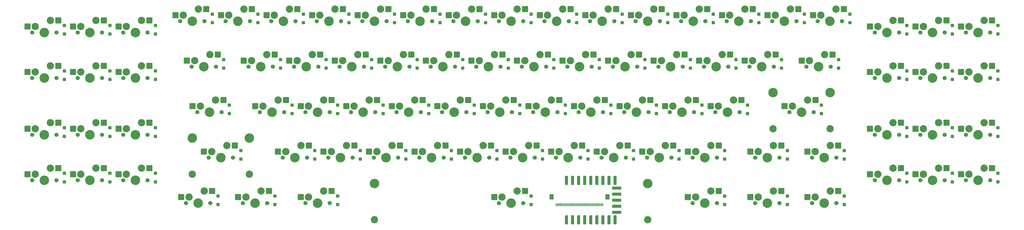
<source format=gbr>
%TF.GenerationSoftware,KiCad,Pcbnew,7.0.9*%
%TF.CreationDate,2023-12-30T16:17:41+00:00*%
%TF.ProjectId,keybird42,6b657962-6972-4643-9432-2e6b69636164,0.1*%
%TF.SameCoordinates,Original*%
%TF.FileFunction,Soldermask,Bot*%
%TF.FilePolarity,Negative*%
%FSLAX46Y46*%
G04 Gerber Fmt 4.6, Leading zero omitted, Abs format (unit mm)*
G04 Created by KiCad (PCBNEW 7.0.9) date 2023-12-30 16:17:41*
%MOMM*%
%LPD*%
G01*
G04 APERTURE LIST*
G04 Aperture macros list*
%AMRoundRect*
0 Rectangle with rounded corners*
0 $1 Rounding radius*
0 $2 $3 $4 $5 $6 $7 $8 $9 X,Y pos of 4 corners*
0 Add a 4 corners polygon primitive as box body*
4,1,4,$2,$3,$4,$5,$6,$7,$8,$9,$2,$3,0*
0 Add four circle primitives for the rounded corners*
1,1,$1+$1,$2,$3*
1,1,$1+$1,$4,$5*
1,1,$1+$1,$6,$7*
1,1,$1+$1,$8,$9*
0 Add four rect primitives between the rounded corners*
20,1,$1+$1,$2,$3,$4,$5,0*
20,1,$1+$1,$4,$5,$6,$7,0*
20,1,$1+$1,$6,$7,$8,$9,0*
20,1,$1+$1,$8,$9,$2,$3,0*%
G04 Aperture macros list end*
%ADD10C,1.750000*%
%ADD11C,3.050000*%
%ADD12C,4.000000*%
%ADD13RoundRect,0.250000X-1.025000X-1.000000X1.025000X-1.000000X1.025000X1.000000X-1.025000X1.000000X0*%
%ADD14RoundRect,0.350000X0.350000X-0.350000X0.350000X0.350000X-0.350000X0.350000X-0.350000X-0.350000X0*%
%ADD15C,3.048000*%
%ADD16C,3.987800*%
%ADD17RoundRect,0.254000X-0.381000X-1.651000X0.381000X-1.651000X0.381000X1.651000X-0.381000X1.651000X0*%
%ADD18RoundRect,0.254000X1.651000X-0.381000X1.651000X0.381000X-1.651000X0.381000X-1.651000X-0.381000X0*%
%ADD19RoundRect,0.254000X0.381000X1.651000X-0.381000X1.651000X-0.381000X-1.651000X0.381000X-1.651000X0*%
%ADD20R,0.300000X1.300000*%
%ADD21R,1.800000X2.200000*%
G04 APERTURE END LIST*
D10*
%TO.C,SW112*%
X90170000Y-28575000D03*
D11*
X91440000Y-26035000D03*
D12*
X95250000Y-28575000D03*
D11*
X97790000Y-23495000D03*
D10*
X100330000Y-28575000D03*
D13*
X88165000Y-26035000D03*
X101092000Y-23495000D03*
%TD*%
D10*
%TO.C,SW123*%
X166370000Y-28575000D03*
D11*
X167640000Y-26035000D03*
D12*
X171450000Y-28575000D03*
D11*
X173990000Y-23495000D03*
D10*
X176530000Y-28575000D03*
D13*
X164365000Y-26035000D03*
X177292000Y-23495000D03*
%TD*%
D10*
%TO.C,SW312*%
X97313750Y-66675000D03*
D11*
X98583750Y-64135000D03*
D12*
X102393750Y-66675000D03*
D11*
X104933750Y-61595000D03*
D10*
X107473750Y-66675000D03*
D13*
X95308750Y-64135000D03*
X108235750Y-61595000D03*
%TD*%
D10*
%TO.C,SW226*%
X328295000Y-47625000D03*
D11*
X329565000Y-45085000D03*
D12*
X333375000Y-47625000D03*
D11*
X335915000Y-42545000D03*
D10*
X338455000Y-47625000D03*
D13*
X326290000Y-45085000D03*
X339217000Y-42545000D03*
%TD*%
D10*
%TO.C,SW325*%
X275907500Y-66675000D03*
D11*
X277177500Y-64135000D03*
D12*
X280987500Y-66675000D03*
D11*
X283527500Y-61595000D03*
D10*
X286067500Y-66675000D03*
D13*
X273902500Y-64135000D03*
X286829500Y-61595000D03*
%TD*%
D10*
%TO.C,SW336*%
X344964044Y-66675056D03*
D11*
X346234044Y-64135056D03*
D12*
X350044044Y-66675056D03*
D11*
X352584044Y-61595056D03*
D10*
X355124044Y-66675056D03*
D13*
X342959044Y-64135056D03*
X355886044Y-61595056D03*
%TD*%
D10*
%TO.C,SW222*%
X118745000Y-47625000D03*
D11*
X120015000Y-45085000D03*
D12*
X123825000Y-47625000D03*
D11*
X126365000Y-42545000D03*
D10*
X128905000Y-47625000D03*
D13*
X116740000Y-45085000D03*
X129667000Y-42545000D03*
%TD*%
D10*
%TO.C,SW332*%
X142557500Y-66675000D03*
D11*
X143827500Y-64135000D03*
D12*
X147637500Y-66675000D03*
D11*
X150177500Y-61595000D03*
D10*
X152717500Y-66675000D03*
D13*
X140552500Y-64135000D03*
X153479500Y-61595000D03*
%TD*%
D10*
%TO.C,SW132*%
X128270000Y-28575000D03*
D11*
X129540000Y-26035000D03*
D12*
X133350000Y-28575000D03*
D11*
X135890000Y-23495000D03*
D10*
X138430000Y-28575000D03*
D13*
X126265000Y-26035000D03*
X139192000Y-23495000D03*
%TD*%
D10*
%TO.C,SW227*%
X399732500Y-52387500D03*
D11*
X401002500Y-49847500D03*
D12*
X404812500Y-52387500D03*
D11*
X407352500Y-47307500D03*
D10*
X409892500Y-52387500D03*
D13*
X397727500Y-49847500D03*
X410654500Y-47307500D03*
%TD*%
D10*
%TO.C,SW411*%
X28257500Y-95250000D03*
D11*
X29527500Y-92710000D03*
D12*
X33337500Y-95250000D03*
D11*
X35877500Y-90170000D03*
D10*
X38417500Y-95250000D03*
D13*
X26252500Y-92710000D03*
X39179500Y-90170000D03*
%TD*%
D10*
%TO.C,SW327*%
X399732500Y-76200000D03*
D11*
X401002500Y-73660000D03*
D12*
X404812500Y-76200000D03*
D11*
X407352500Y-71120000D03*
D10*
X409892500Y-76200000D03*
D13*
X397727500Y-73660000D03*
X410654500Y-71120000D03*
%TD*%
D10*
%TO.C,SW113*%
X147320000Y-28575000D03*
D11*
X148590000Y-26035000D03*
D12*
X152400000Y-28575000D03*
D11*
X154940000Y-23495000D03*
D10*
X157480000Y-28575000D03*
D13*
X145315000Y-26035000D03*
X158242000Y-23495000D03*
%TD*%
D10*
%TO.C,SW413*%
X152082500Y-85725000D03*
D11*
X153352500Y-83185000D03*
D12*
X157162500Y-85725000D03*
D11*
X159702500Y-80645000D03*
D10*
X162242500Y-85725000D03*
D13*
X150077500Y-83185000D03*
X163004500Y-80645000D03*
%TD*%
D10*
%TO.C,SW136*%
X356870304Y-28575024D03*
D11*
X358140304Y-26035024D03*
D12*
X361950304Y-28575024D03*
D11*
X364490304Y-23495024D03*
D10*
X367030304Y-28575024D03*
D13*
X354865304Y-26035024D03*
X367792304Y-23495024D03*
%TD*%
D10*
%TO.C,SW322*%
X123507500Y-66675000D03*
D11*
X124777500Y-64135000D03*
D12*
X128587500Y-66675000D03*
D11*
X131127500Y-61595000D03*
D10*
X133667500Y-66675000D03*
D13*
X121502500Y-64135000D03*
X134429500Y-61595000D03*
%TD*%
D10*
%TO.C,SW134*%
X242570208Y-28575024D03*
D11*
X243840208Y-26035024D03*
D12*
X247650208Y-28575024D03*
D11*
X250190208Y-23495024D03*
D10*
X252730208Y-28575024D03*
D13*
X240565208Y-26035024D03*
X253492208Y-23495024D03*
%TD*%
D10*
%TO.C,SW321*%
X47307500Y-76200000D03*
D11*
X48577500Y-73660000D03*
D12*
X52387500Y-76200000D03*
D11*
X54927500Y-71120000D03*
D10*
X57467500Y-76200000D03*
D13*
X45302500Y-73660000D03*
X58229500Y-71120000D03*
%TD*%
D10*
%TO.C,SW433*%
X190182500Y-85725000D03*
D11*
X191452500Y-83185000D03*
D12*
X195262500Y-85725000D03*
D11*
X197802500Y-80645000D03*
D10*
X200342500Y-85725000D03*
D13*
X188177500Y-83185000D03*
X201104500Y-80645000D03*
%TD*%
D10*
%TO.C,SW126*%
X337820000Y-28575000D03*
D11*
X339090000Y-26035000D03*
D12*
X342900000Y-28575000D03*
D11*
X345440000Y-23495000D03*
D10*
X347980000Y-28575000D03*
D13*
X335815000Y-26035000D03*
X348742000Y-23495000D03*
%TD*%
D10*
%TO.C,SW503*%
X142557500Y-104775000D03*
D11*
X143827500Y-102235000D03*
D12*
X147637500Y-104775000D03*
D11*
X150177500Y-99695000D03*
D10*
X152717500Y-104775000D03*
D13*
X140552500Y-102235000D03*
X153479500Y-99695000D03*
%TD*%
D10*
%TO.C,SW334*%
X237807704Y-66675056D03*
D11*
X239077704Y-64135056D03*
D12*
X242887704Y-66675056D03*
D11*
X245427704Y-61595056D03*
D10*
X247967704Y-66675056D03*
D13*
X235802704Y-64135056D03*
X248729704Y-61595056D03*
%TD*%
D10*
%TO.C,SW223*%
X175895000Y-47625000D03*
D11*
X177165000Y-45085000D03*
D12*
X180975000Y-47625000D03*
D11*
X183515000Y-42545000D03*
D10*
X186055000Y-47625000D03*
D13*
X173890000Y-45085000D03*
X186817000Y-42545000D03*
%TD*%
D10*
%TO.C,SW316*%
X314007768Y-66675056D03*
D11*
X315277768Y-64135056D03*
D12*
X319087768Y-66675056D03*
D11*
X321627768Y-61595056D03*
D10*
X324167768Y-66675056D03*
D13*
X312002768Y-64135056D03*
X324929768Y-61595056D03*
%TD*%
D10*
%TO.C,SW311*%
X28257500Y-76200000D03*
D11*
X29527500Y-73660000D03*
D12*
X33337500Y-76200000D03*
D11*
X35877500Y-71120000D03*
D10*
X38417500Y-76200000D03*
D13*
X26252500Y-73660000D03*
X39179500Y-71120000D03*
%TD*%
D10*
%TO.C,SW221*%
X47307500Y-52387500D03*
D11*
X48577500Y-49847500D03*
D12*
X52387500Y-52387500D03*
D11*
X54927500Y-47307500D03*
D10*
X57467500Y-52387500D03*
D13*
X45302500Y-49847500D03*
X58229500Y-47307500D03*
%TD*%
D10*
%TO.C,SW114*%
X204470000Y-28575000D03*
D11*
X205740000Y-26035000D03*
D12*
X209550000Y-28575000D03*
D11*
X212090000Y-23495000D03*
D10*
X214630000Y-28575000D03*
D13*
X202465000Y-26035000D03*
X215392000Y-23495000D03*
%TD*%
D10*
%TO.C,SW432*%
X133032500Y-85725000D03*
D11*
X134302500Y-83185000D03*
D12*
X138112500Y-85725000D03*
D11*
X140652500Y-80645000D03*
D10*
X143192500Y-85725000D03*
D13*
X131027500Y-83185000D03*
X143954500Y-80645000D03*
%TD*%
D10*
%TO.C,SW502*%
X116363750Y-104775000D03*
D11*
X117633750Y-102235000D03*
D12*
X121443750Y-104775000D03*
D11*
X123983750Y-99695000D03*
D10*
X126523750Y-104775000D03*
D13*
X114358750Y-102235000D03*
X127285750Y-99695000D03*
%TD*%
D10*
%TO.C,SW412*%
X102076250Y-85725000D03*
D11*
X103346250Y-83185000D03*
D12*
X107156250Y-85725000D03*
D11*
X109696250Y-80645000D03*
D10*
X112236250Y-85725000D03*
D13*
X100071250Y-83185000D03*
X112998250Y-80645000D03*
%TD*%
D10*
%TO.C,SW216*%
X309245264Y-47625040D03*
D11*
X310515264Y-45085040D03*
D12*
X314325264Y-47625040D03*
D11*
X316865264Y-42545040D03*
D10*
X319405264Y-47625040D03*
D13*
X307240264Y-45085040D03*
X320167264Y-42545040D03*
%TD*%
D10*
%TO.C,SW135*%
X299720256Y-28575024D03*
D11*
X300990256Y-26035024D03*
D12*
X304800256Y-28575024D03*
D11*
X307340256Y-23495024D03*
D10*
X309880256Y-28575024D03*
D13*
X297715256Y-26035024D03*
X310642256Y-23495024D03*
%TD*%
D10*
%TO.C,SW314*%
X199707500Y-66675000D03*
D11*
X200977500Y-64135000D03*
D12*
X204787500Y-66675000D03*
D11*
X207327500Y-61595000D03*
D10*
X209867500Y-66675000D03*
D13*
X197702500Y-64135000D03*
X210629500Y-61595000D03*
%TD*%
D10*
%TO.C,SW414*%
X209232680Y-85725072D03*
D11*
X210502680Y-83185072D03*
D12*
X214312680Y-85725072D03*
D11*
X216852680Y-80645072D03*
D10*
X219392680Y-85725072D03*
D13*
X207227680Y-83185072D03*
X220154680Y-80645072D03*
%TD*%
D10*
%TO.C,SW504*%
X223520000Y-104775000D03*
D11*
X224790000Y-102235000D03*
D12*
X228600000Y-104775000D03*
D11*
X231140000Y-99695000D03*
D10*
X233680000Y-104775000D03*
D13*
X221515000Y-102235000D03*
X234442000Y-99695000D03*
%TD*%
D10*
%TO.C,SW232*%
X137795000Y-47625000D03*
D11*
X139065000Y-45085000D03*
D12*
X142875000Y-47625000D03*
D11*
X145415000Y-42545000D03*
D10*
X147955000Y-47625000D03*
D13*
X135790000Y-45085000D03*
X148717000Y-42545000D03*
%TD*%
D10*
%TO.C,SW424*%
X228282712Y-85725000D03*
D11*
X229552712Y-83185000D03*
D12*
X233362712Y-85725000D03*
D11*
X235902712Y-80645000D03*
D10*
X238442712Y-85725000D03*
D13*
X226277712Y-83185000D03*
X239204712Y-80645000D03*
%TD*%
D10*
%TO.C,SW213*%
X156845000Y-47625000D03*
D11*
X158115000Y-45085000D03*
D12*
X161925000Y-47625000D03*
D11*
X164465000Y-42545000D03*
D10*
X167005000Y-47625000D03*
D13*
X154840000Y-45085000D03*
X167767000Y-42545000D03*
%TD*%
D10*
%TO.C,SW337*%
X418782856Y-76200064D03*
D11*
X420052856Y-73660064D03*
D12*
X423862856Y-76200064D03*
D11*
X426402856Y-71120064D03*
D10*
X428942856Y-76200064D03*
D13*
X416777856Y-73660064D03*
X429704856Y-71120064D03*
%TD*%
D10*
%TO.C,SW506*%
X330676250Y-104775000D03*
D11*
X331946250Y-102235000D03*
D12*
X335756250Y-104775000D03*
D11*
X338296250Y-99695000D03*
D10*
X340836250Y-104775000D03*
D13*
X328671250Y-102235000D03*
X341598250Y-99695000D03*
%TD*%
D10*
%TO.C,SW236*%
X352107800Y-47625040D03*
D11*
X353377800Y-45085040D03*
D12*
X357187800Y-47625040D03*
D11*
X359727800Y-42545040D03*
D10*
X362267800Y-47625040D03*
D13*
X350102800Y-45085040D03*
X363029800Y-42545040D03*
%TD*%
D10*
%TO.C,SW225*%
X271145000Y-47625000D03*
D11*
X272415000Y-45085000D03*
D12*
X276225000Y-47625000D03*
D11*
X278765000Y-42545000D03*
D10*
X281305000Y-47625000D03*
D13*
X269140000Y-45085000D03*
X282067000Y-42545000D03*
%TD*%
D10*
%TO.C,SW423*%
X171132500Y-85725000D03*
D11*
X172402500Y-83185000D03*
D12*
X176212500Y-85725000D03*
D11*
X178752500Y-80645000D03*
D10*
X181292500Y-85725000D03*
D13*
X169127500Y-83185000D03*
X182054500Y-80645000D03*
%TD*%
D10*
%TO.C,SW415*%
X266382728Y-85725000D03*
D11*
X267652728Y-83185000D03*
D12*
X271462728Y-85725000D03*
D11*
X274002728Y-80645000D03*
D10*
X276542728Y-85725000D03*
D13*
X264377728Y-83185000D03*
X277304728Y-80645000D03*
%TD*%
D10*
%TO.C,SW133*%
X185420000Y-28575000D03*
D11*
X186690000Y-26035000D03*
D12*
X190500000Y-28575000D03*
D11*
X193040000Y-23495000D03*
D10*
X195580000Y-28575000D03*
D13*
X183415000Y-26035000D03*
X196342000Y-23495000D03*
%TD*%
D10*
%TO.C,SW115*%
X261620224Y-28575024D03*
D11*
X262890224Y-26035024D03*
D12*
X266700224Y-28575024D03*
D11*
X269240224Y-23495024D03*
D10*
X271780224Y-28575024D03*
D13*
X259615224Y-26035024D03*
X272542224Y-23495024D03*
%TD*%
D10*
%TO.C,SW501*%
X92551250Y-104775000D03*
D11*
X93821250Y-102235000D03*
D12*
X97631250Y-104775000D03*
D11*
X100171250Y-99695000D03*
D10*
X102711250Y-104775000D03*
D13*
X90546250Y-102235000D03*
X103473250Y-99695000D03*
%TD*%
D10*
%TO.C,SW317*%
X380682824Y-76200064D03*
D11*
X381952824Y-73660064D03*
D12*
X385762824Y-76200064D03*
D11*
X388302824Y-71120064D03*
D10*
X390842824Y-76200064D03*
D13*
X378677824Y-73660064D03*
X391604824Y-71120064D03*
%TD*%
D10*
%TO.C,SW335*%
X294957752Y-66675056D03*
D11*
X296227752Y-64135056D03*
D12*
X300037752Y-66675056D03*
D11*
X302577752Y-61595056D03*
D10*
X305117752Y-66675056D03*
D13*
X292952752Y-64135056D03*
X305879752Y-61595056D03*
%TD*%
D10*
%TO.C,SW116*%
X318770272Y-28575024D03*
D11*
X320040272Y-26035024D03*
D12*
X323850272Y-28575024D03*
D11*
X326390272Y-23495024D03*
D10*
X328930272Y-28575024D03*
D13*
X316765272Y-26035024D03*
X329692272Y-23495024D03*
%TD*%
D10*
%TO.C,SW507*%
X354488750Y-104775000D03*
D11*
X355758750Y-102235000D03*
D12*
X359568750Y-104775000D03*
D11*
X362108750Y-99695000D03*
D10*
X364648750Y-104775000D03*
D13*
X352483750Y-102235000D03*
X365410750Y-99695000D03*
%TD*%
D10*
%TO.C,SW127*%
X399732500Y-33337500D03*
D11*
X401002500Y-30797500D03*
D12*
X404812500Y-33337500D03*
D11*
X407352500Y-28257500D03*
D10*
X409892500Y-33337500D03*
D13*
X397727500Y-30797500D03*
X410654500Y-28257500D03*
%TD*%
D10*
%TO.C,SW231*%
X66357500Y-52387500D03*
D11*
X67627500Y-49847500D03*
D12*
X71437500Y-52387500D03*
D11*
X73977500Y-47307500D03*
D10*
X76517500Y-52387500D03*
D13*
X64352500Y-49847500D03*
X77279500Y-47307500D03*
%TD*%
D10*
%TO.C,SW421*%
X47307500Y-95250000D03*
D11*
X48577500Y-92710000D03*
D12*
X52387500Y-95250000D03*
D11*
X54927500Y-90170000D03*
D10*
X57467500Y-95250000D03*
D13*
X45302500Y-92710000D03*
X58229500Y-90170000D03*
%TD*%
D10*
%TO.C,SW214*%
X213995000Y-47625000D03*
D11*
X215265000Y-45085000D03*
D12*
X219075000Y-47625000D03*
D11*
X221615000Y-42545000D03*
D10*
X224155000Y-47625000D03*
D13*
X211990000Y-45085000D03*
X224917000Y-42545000D03*
%TD*%
D10*
%TO.C,SW505*%
X304482500Y-104775000D03*
D11*
X305752500Y-102235000D03*
D12*
X309562500Y-104775000D03*
D11*
X312102500Y-99695000D03*
D10*
X314642500Y-104775000D03*
D13*
X302477500Y-102235000D03*
X315404500Y-99695000D03*
%TD*%
D10*
%TO.C,SW417*%
X380682824Y-95250000D03*
D11*
X381952824Y-92710000D03*
D12*
X385762824Y-95250000D03*
D11*
X388302824Y-90170000D03*
D10*
X390842824Y-95250000D03*
D13*
X378677824Y-92710000D03*
X391604824Y-90170000D03*
%TD*%
D10*
%TO.C,SW125*%
X280670000Y-28575000D03*
D11*
X281940000Y-26035000D03*
D12*
X285750000Y-28575000D03*
D11*
X288290000Y-23495000D03*
D10*
X290830000Y-28575000D03*
D13*
X278665000Y-26035000D03*
X291592000Y-23495000D03*
%TD*%
D10*
%TO.C,SW437*%
X418782856Y-95250080D03*
D11*
X420052856Y-92710080D03*
D12*
X423862856Y-95250080D03*
D11*
X426402856Y-90170080D03*
D10*
X428942856Y-95250080D03*
D13*
X416777856Y-92710080D03*
X429704856Y-90170080D03*
%TD*%
D10*
%TO.C,SW111*%
X28257500Y-33337500D03*
D11*
X29527500Y-30797500D03*
D12*
X33337500Y-33337500D03*
D11*
X35877500Y-28257500D03*
D10*
X38417500Y-33337500D03*
D13*
X26252500Y-30797500D03*
X39179500Y-28257500D03*
%TD*%
D10*
%TO.C,SW217*%
X380682824Y-52387500D03*
D11*
X381952824Y-49847500D03*
D12*
X385762824Y-52387500D03*
D11*
X388302824Y-47307500D03*
D10*
X390842824Y-52387500D03*
D13*
X378677824Y-49847500D03*
X391604824Y-47307500D03*
%TD*%
D10*
%TO.C,SW121*%
X47307500Y-33337500D03*
D11*
X48577500Y-30797500D03*
D12*
X52387500Y-33337500D03*
D11*
X54927500Y-28257500D03*
D10*
X57467500Y-33337500D03*
D13*
X45302500Y-30797500D03*
X58229500Y-28257500D03*
%TD*%
D10*
%TO.C,SW416*%
X304482760Y-85725000D03*
D11*
X305752760Y-83185000D03*
D12*
X309562760Y-85725000D03*
D11*
X312102760Y-80645000D03*
D10*
X314642760Y-85725000D03*
D13*
X302477760Y-83185000D03*
X315404760Y-80645000D03*
%TD*%
D10*
%TO.C,SW212*%
X94932500Y-47625000D03*
D11*
X96202500Y-45085000D03*
D12*
X100012500Y-47625000D03*
D11*
X102552500Y-42545000D03*
D10*
X105092500Y-47625000D03*
D13*
X92927500Y-45085000D03*
X105854500Y-42545000D03*
%TD*%
D10*
%TO.C,SW234*%
X233045000Y-47625000D03*
D11*
X234315000Y-45085000D03*
D12*
X238125000Y-47625000D03*
D11*
X240665000Y-42545000D03*
D10*
X243205000Y-47625000D03*
D13*
X231040000Y-45085000D03*
X243967000Y-42545000D03*
%TD*%
D10*
%TO.C,SW117*%
X380682824Y-33337500D03*
D11*
X381952824Y-30797500D03*
D12*
X385762824Y-33337500D03*
D11*
X388302824Y-28257500D03*
D10*
X390842824Y-33337500D03*
D13*
X378677824Y-30797500D03*
X391604824Y-28257500D03*
%TD*%
D10*
%TO.C,SW137*%
X418782856Y-33337528D03*
D11*
X420052856Y-30797528D03*
D12*
X423862856Y-33337528D03*
D11*
X426402856Y-28257528D03*
D10*
X428942856Y-33337528D03*
D13*
X416777856Y-30797528D03*
X429704856Y-28257528D03*
%TD*%
D10*
%TO.C,SW233*%
X194945000Y-47625000D03*
D11*
X196215000Y-45085000D03*
D12*
X200025000Y-47625000D03*
D11*
X202565000Y-42545000D03*
D10*
X205105000Y-47625000D03*
D13*
X192940000Y-45085000D03*
X205867000Y-42545000D03*
%TD*%
D10*
%TO.C,SW211*%
X28257500Y-52387500D03*
D11*
X29527500Y-49847500D03*
D12*
X33337500Y-52387500D03*
D11*
X35877500Y-47307500D03*
D10*
X38417500Y-52387500D03*
D13*
X26252500Y-49847500D03*
X39179500Y-47307500D03*
%TD*%
D10*
%TO.C,SW315*%
X256857720Y-66675056D03*
D11*
X258127720Y-64135056D03*
D12*
X261937720Y-66675056D03*
D11*
X264477720Y-61595056D03*
D10*
X267017720Y-66675056D03*
D13*
X254852720Y-64135056D03*
X267779720Y-61595056D03*
%TD*%
D10*
%TO.C,SW425*%
X285432500Y-85725000D03*
D11*
X286702500Y-83185000D03*
D12*
X290512500Y-85725000D03*
D11*
X293052500Y-80645000D03*
D10*
X295592500Y-85725000D03*
D13*
X283427500Y-83185000D03*
X296354500Y-80645000D03*
%TD*%
D10*
%TO.C,SW333*%
X180657500Y-66675000D03*
D11*
X181927500Y-64135000D03*
D12*
X185737500Y-66675000D03*
D11*
X188277500Y-61595000D03*
D10*
X190817500Y-66675000D03*
D13*
X178652500Y-64135000D03*
X191579500Y-61595000D03*
%TD*%
D10*
%TO.C,SW235*%
X290195248Y-47625040D03*
D11*
X291465248Y-45085040D03*
D12*
X295275248Y-47625040D03*
D11*
X297815248Y-42545040D03*
D10*
X300355248Y-47625040D03*
D13*
X288190248Y-45085040D03*
X301117248Y-42545040D03*
%TD*%
D10*
%TO.C,SW323*%
X161607500Y-66675000D03*
D11*
X162877500Y-64135000D03*
D12*
X166687500Y-66675000D03*
D11*
X169227500Y-61595000D03*
D10*
X171767500Y-66675000D03*
D13*
X159602500Y-64135000D03*
X172529500Y-61595000D03*
%TD*%
D10*
%TO.C,SW122*%
X109220000Y-28575000D03*
D11*
X110490000Y-26035000D03*
D12*
X114300000Y-28575000D03*
D11*
X116840000Y-23495000D03*
D10*
X119380000Y-28575000D03*
D13*
X107215000Y-26035000D03*
X120142000Y-23495000D03*
%TD*%
D10*
%TO.C,SW436*%
X354489052Y-85725072D03*
D11*
X355759052Y-83185072D03*
D12*
X359569052Y-85725072D03*
D11*
X362109052Y-80645072D03*
D10*
X364649052Y-85725072D03*
D13*
X352484052Y-83185072D03*
X365411052Y-80645072D03*
%TD*%
D10*
%TO.C,SW427*%
X399732500Y-95250000D03*
D11*
X401002500Y-92710000D03*
D12*
X404812500Y-95250000D03*
D11*
X407352500Y-90170000D03*
D10*
X409892500Y-95250000D03*
D13*
X397727500Y-92710000D03*
X410654500Y-90170000D03*
%TD*%
D10*
%TO.C,SW331*%
X66357500Y-76200000D03*
D11*
X67627500Y-73660000D03*
D12*
X71437500Y-76200000D03*
D11*
X73977500Y-71120000D03*
D10*
X76517500Y-76200000D03*
D13*
X64352500Y-73660000D03*
X77279500Y-71120000D03*
%TD*%
D10*
%TO.C,SW237*%
X418782856Y-52387544D03*
D11*
X420052856Y-49847544D03*
D12*
X423862856Y-52387544D03*
D11*
X426402856Y-47307544D03*
D10*
X428942856Y-52387544D03*
D13*
X416777856Y-49847544D03*
X429704856Y-47307544D03*
%TD*%
D10*
%TO.C,SW434*%
X247332712Y-85725000D03*
D11*
X248602712Y-83185000D03*
D12*
X252412712Y-85725000D03*
D11*
X254952712Y-80645000D03*
D10*
X257492712Y-85725000D03*
D13*
X245327712Y-83185000D03*
X258254712Y-80645000D03*
%TD*%
D10*
%TO.C,SW426*%
X330676250Y-85725000D03*
D11*
X331946250Y-83185000D03*
D12*
X335756250Y-85725000D03*
D11*
X338296250Y-80645000D03*
D10*
X340836250Y-85725000D03*
D13*
X328671250Y-83185000D03*
X341598250Y-80645000D03*
%TD*%
D10*
%TO.C,SW215*%
X252095216Y-47625040D03*
D11*
X253365216Y-45085040D03*
D12*
X257175216Y-47625040D03*
D11*
X259715216Y-42545040D03*
D10*
X262255216Y-47625040D03*
D13*
X250090216Y-45085040D03*
X263017216Y-42545040D03*
%TD*%
D10*
%TO.C,SW431*%
X66357500Y-95250000D03*
D11*
X67627500Y-92710000D03*
D12*
X71437500Y-95250000D03*
D11*
X73977500Y-90170000D03*
D10*
X76517500Y-95250000D03*
D13*
X64352500Y-92710000D03*
X77279500Y-90170000D03*
%TD*%
D10*
%TO.C,SW124*%
X223520192Y-28575024D03*
D11*
X224790192Y-26035024D03*
D12*
X228600192Y-28575024D03*
D11*
X231140192Y-23495024D03*
D10*
X233680192Y-28575024D03*
D13*
X221515192Y-26035024D03*
X234442192Y-23495024D03*
%TD*%
D10*
%TO.C,SW131*%
X66357500Y-33337500D03*
D11*
X67627500Y-30797500D03*
D12*
X71437500Y-33337500D03*
D11*
X73977500Y-28257500D03*
D10*
X76517500Y-33337500D03*
D13*
X64352500Y-30797500D03*
X77279500Y-28257500D03*
%TD*%
D10*
%TO.C,SW324*%
X218757688Y-66675056D03*
D11*
X220027688Y-64135056D03*
D12*
X223837688Y-66675056D03*
D11*
X226377688Y-61595056D03*
D10*
X228917688Y-66675056D03*
D13*
X216752688Y-64135056D03*
X229679688Y-61595056D03*
%TD*%
D14*
%TO.C,D324*%
X232172070Y-67284430D03*
X232172070Y-63684430D03*
%TD*%
%TO.C,D504*%
X236934375Y-105384375D03*
X236934375Y-101784375D03*
%TD*%
%TO.C,D134*%
X255984279Y-29184375D03*
X255984279Y-25584375D03*
%TD*%
%TO.C,D215*%
X265509291Y-48234375D03*
X265509291Y-44634375D03*
%TD*%
%TO.C,D427*%
X413146503Y-95859347D03*
X413146503Y-92259347D03*
%TD*%
%TO.C,D335*%
X308372134Y-67284430D03*
X308372134Y-63684430D03*
%TD*%
%TO.C,D424*%
X241696845Y-86334347D03*
X241696845Y-82734347D03*
%TD*%
D15*
%TO.C,REF\u002A\u002A*%
X285750192Y-111760088D03*
D16*
X285750192Y-96550088D03*
D15*
X171450192Y-111760088D03*
D16*
X171450192Y-96550088D03*
%TD*%
D14*
%TO.C,D412*%
X115490383Y-86334347D03*
X115490383Y-82734347D03*
%TD*%
%TO.C,D507*%
X367903125Y-105384375D03*
X367903125Y-101784375D03*
%TD*%
%TO.C,D414*%
X222647062Y-86334446D03*
X222647062Y-82734446D03*
%TD*%
%TO.C,D317*%
X394096843Y-76809411D03*
X394096843Y-73209411D03*
%TD*%
%TO.C,D237*%
X432196875Y-52996891D03*
X432196875Y-49396891D03*
%TD*%
%TO.C,D436*%
X367903434Y-86334446D03*
X367903434Y-82734446D03*
%TD*%
%TO.C,D421*%
X60721875Y-95859411D03*
X60721875Y-92259411D03*
%TD*%
%TO.C,D503*%
X155971875Y-105384375D03*
X155971875Y-101784375D03*
%TD*%
%TO.C,D124*%
X236934263Y-29184375D03*
X236934263Y-25584375D03*
%TD*%
%TO.C,D115*%
X275034295Y-29184375D03*
X275034295Y-25584375D03*
%TD*%
%TO.C,D336*%
X358378426Y-67284430D03*
X358378426Y-63684430D03*
%TD*%
%TO.C,D123*%
X179784071Y-29184351D03*
X179784071Y-25584351D03*
%TD*%
%TO.C,D226*%
X341709075Y-48234335D03*
X341709075Y-44634335D03*
%TD*%
%TO.C,D235*%
X303609323Y-48234375D03*
X303609323Y-44634375D03*
%TD*%
%TO.C,D505*%
X317896875Y-105384375D03*
X317896875Y-101784375D03*
%TD*%
%TO.C,D325*%
X289321875Y-67284375D03*
X289321875Y-63684375D03*
%TD*%
%TO.C,D425*%
X298846633Y-86334347D03*
X298846633Y-82734347D03*
%TD*%
%TO.C,D323*%
X175021875Y-67284375D03*
X175021875Y-63684375D03*
%TD*%
%TO.C,D314*%
X213121875Y-67284375D03*
X213121875Y-63684375D03*
%TD*%
%TO.C,D331*%
X79771875Y-76809411D03*
X79771875Y-73209411D03*
%TD*%
%TO.C,D334*%
X251222079Y-67284431D03*
X251222079Y-63684431D03*
%TD*%
%TO.C,D337*%
X432197238Y-76809438D03*
X432197238Y-73209438D03*
%TD*%
%TO.C,D126*%
X351234071Y-29184351D03*
X351234071Y-25584351D03*
%TD*%
%TO.C,D333*%
X194071875Y-67284375D03*
X194071875Y-63684375D03*
%TD*%
%TO.C,D411*%
X41671875Y-95859411D03*
X41671875Y-92259411D03*
%TD*%
%TO.C,D214*%
X227409075Y-48234335D03*
X227409075Y-44634335D03*
%TD*%
%TO.C,D221*%
X60721875Y-52996875D03*
X60721875Y-49396875D03*
%TD*%
%TO.C,D432*%
X146446633Y-86334347D03*
X146446633Y-82734347D03*
%TD*%
%TO.C,D415*%
X279796861Y-86334347D03*
X279796861Y-82734347D03*
%TD*%
%TO.C,D212*%
X108346575Y-48234335D03*
X108346575Y-44634335D03*
%TD*%
%TO.C,D135*%
X313134327Y-29184375D03*
X313134327Y-25584375D03*
%TD*%
%TO.C,D416*%
X317896893Y-86334347D03*
X317896893Y-82734347D03*
%TD*%
%TO.C,D233*%
X208359075Y-48234335D03*
X208359075Y-44634335D03*
%TD*%
%TO.C,D321*%
X60721875Y-76809411D03*
X60721875Y-73209411D03*
%TD*%
%TO.C,D332*%
X155971875Y-67284375D03*
X155971875Y-63684375D03*
%TD*%
%TO.C,D216*%
X322659339Y-48234375D03*
X322659339Y-44634375D03*
%TD*%
%TO.C,D133*%
X198834071Y-29184351D03*
X198834071Y-25584351D03*
%TD*%
%TO.C,D136*%
X370284375Y-29184375D03*
X370284375Y-25584375D03*
%TD*%
%TO.C,D312*%
X110728125Y-67284375D03*
X110728125Y-63684375D03*
%TD*%
%TO.C,D431*%
X79771875Y-95859411D03*
X79771875Y-92259411D03*
%TD*%
%TO.C,D213*%
X170259075Y-48234335D03*
X170259075Y-44634335D03*
%TD*%
%TO.C,D234*%
X246459075Y-48234335D03*
X246459075Y-44634335D03*
%TD*%
%TO.C,D231*%
X79771875Y-52996875D03*
X79771875Y-49396875D03*
%TD*%
%TO.C,D227*%
X413146519Y-52996847D03*
X413146519Y-49396847D03*
%TD*%
%TO.C,D423*%
X184546633Y-86334347D03*
X184546633Y-82734347D03*
%TD*%
%TO.C,D127*%
X413146519Y-33946847D03*
X413146519Y-30346847D03*
%TD*%
%TO.C,D225*%
X284559075Y-48234335D03*
X284559075Y-44634335D03*
%TD*%
%TO.C,D502*%
X129778125Y-105384375D03*
X129778125Y-101784375D03*
%TD*%
%TO.C,D311*%
X41671875Y-76809411D03*
X41671875Y-73209411D03*
%TD*%
%TO.C,D121*%
X60721875Y-33946875D03*
X60721875Y-30346875D03*
%TD*%
%TO.C,D117*%
X394096843Y-33946847D03*
X394096843Y-30346847D03*
%TD*%
%TO.C,D232*%
X151209075Y-48234335D03*
X151209075Y-44634335D03*
%TD*%
%TO.C,D217*%
X394096843Y-52996847D03*
X394096843Y-49396847D03*
%TD*%
%TO.C,D211*%
X41671910Y-52996918D03*
X41671910Y-49396918D03*
%TD*%
%TO.C,D113*%
X160734071Y-29184351D03*
X160734071Y-25584351D03*
%TD*%
%TO.C,D223*%
X189309075Y-48234335D03*
X189309075Y-44634335D03*
%TD*%
%TO.C,D426*%
X344090383Y-86334347D03*
X344090383Y-82734347D03*
%TD*%
%TO.C,D434*%
X260746845Y-86334347D03*
X260746845Y-82734347D03*
%TD*%
%TO.C,D437*%
X432197238Y-95859454D03*
X432197238Y-92259454D03*
%TD*%
%TO.C,D506*%
X344090625Y-105384375D03*
X344090625Y-101784375D03*
%TD*%
%TO.C,D236*%
X365521875Y-48234375D03*
X365521875Y-44634375D03*
%TD*%
%TO.C,D111*%
X41671875Y-33946875D03*
X41671875Y-30346875D03*
%TD*%
%TO.C,D112*%
X103584071Y-29184351D03*
X103584071Y-25584351D03*
%TD*%
%TO.C,D132*%
X141684071Y-29184351D03*
X141684071Y-25584351D03*
%TD*%
D15*
%TO.C,REF\u002A\u002A*%
X119094340Y-92710072D03*
D16*
X119094340Y-77500072D03*
D15*
X95218340Y-92710072D03*
D16*
X95218340Y-77500072D03*
%TD*%
D14*
%TO.C,D316*%
X327422143Y-67284431D03*
X327422143Y-63684431D03*
%TD*%
%TO.C,D131*%
X79771875Y-33946875D03*
X79771875Y-30346875D03*
%TD*%
%TO.C,D433*%
X203596633Y-86334347D03*
X203596633Y-82734347D03*
%TD*%
%TO.C,D501*%
X105965625Y-105384375D03*
X105965625Y-101784375D03*
%TD*%
%TO.C,D137*%
X432196875Y-33946875D03*
X432196875Y-30346875D03*
%TD*%
%TO.C,D322*%
X136921875Y-67284375D03*
X136921875Y-63684375D03*
%TD*%
%TO.C,D116*%
X332184343Y-29184375D03*
X332184343Y-25584375D03*
%TD*%
%TO.C,D125*%
X294084071Y-29184351D03*
X294084071Y-25584351D03*
%TD*%
%TO.C,D222*%
X132159075Y-48234335D03*
X132159075Y-44634335D03*
%TD*%
%TO.C,D417*%
X394096487Y-95859347D03*
X394096487Y-92259347D03*
%TD*%
%TO.C,D327*%
X413146519Y-76809347D03*
X413146519Y-73209347D03*
%TD*%
%TO.C,D315*%
X270272095Y-67284431D03*
X270272095Y-63684431D03*
%TD*%
%TO.C,D122*%
X122634071Y-29184351D03*
X122634071Y-25584351D03*
%TD*%
D15*
%TO.C,REF\u002A\u002A*%
X361982044Y-73660056D03*
D16*
X361982044Y-58450056D03*
D15*
X338106044Y-73660056D03*
D16*
X338106044Y-58450056D03*
%TD*%
D14*
%TO.C,D413*%
X165496633Y-86334347D03*
X165496633Y-82734347D03*
%TD*%
D17*
%TO.C,U1*%
X251777500Y-95329462D03*
X254317500Y-95329462D03*
X256857500Y-95329462D03*
X259397500Y-95329462D03*
X261937500Y-95329462D03*
X264477500Y-95329462D03*
X267017500Y-95329462D03*
X269557500Y-95329462D03*
X272097500Y-95329462D03*
D18*
X272732500Y-98504462D03*
X272732500Y-101044462D03*
X272732500Y-103584462D03*
X272732500Y-106124462D03*
X272732500Y-108664462D03*
D19*
X272097500Y-111839462D03*
X269557500Y-111839462D03*
X267017500Y-111839462D03*
X264477500Y-111839462D03*
X261937500Y-111839462D03*
X259397500Y-111839462D03*
X256857500Y-111839462D03*
X254317500Y-111839462D03*
X251777500Y-111839462D03*
%TD*%
D14*
%TO.C,D114*%
X217884071Y-29184351D03*
X217884071Y-25584351D03*
%TD*%
D20*
%TO.C,J1*%
X247424784Y-105434462D03*
X247924784Y-105434462D03*
X248424784Y-105434462D03*
X248924784Y-105434462D03*
X249424784Y-105434462D03*
X249924784Y-105434462D03*
X250424784Y-105434462D03*
X250924784Y-105434462D03*
X251424784Y-105434462D03*
X251924784Y-105434462D03*
X252424784Y-105434462D03*
X252924784Y-105434462D03*
X253424784Y-105434462D03*
X253924784Y-105434462D03*
X254424784Y-105434462D03*
X254924784Y-105434462D03*
X255424784Y-105434462D03*
X255924784Y-105434462D03*
X256424784Y-105434462D03*
X256924784Y-105434462D03*
X257424784Y-105434462D03*
X257924784Y-105434462D03*
X258424784Y-105434462D03*
X258924784Y-105434462D03*
X259424784Y-105434462D03*
X259924784Y-105434462D03*
X260424784Y-105434462D03*
X260924784Y-105434462D03*
X261424784Y-105434462D03*
X261924784Y-105434462D03*
X262424784Y-105434462D03*
X262924784Y-105434462D03*
X263424784Y-105434462D03*
X263924784Y-105434462D03*
X264424784Y-105434462D03*
X264924784Y-105434462D03*
X265424784Y-105434462D03*
X265924784Y-105434462D03*
X266424784Y-105434462D03*
X266924784Y-105434462D03*
D21*
X245524784Y-102184462D03*
X268824784Y-102184462D03*
%TD*%
M02*

</source>
